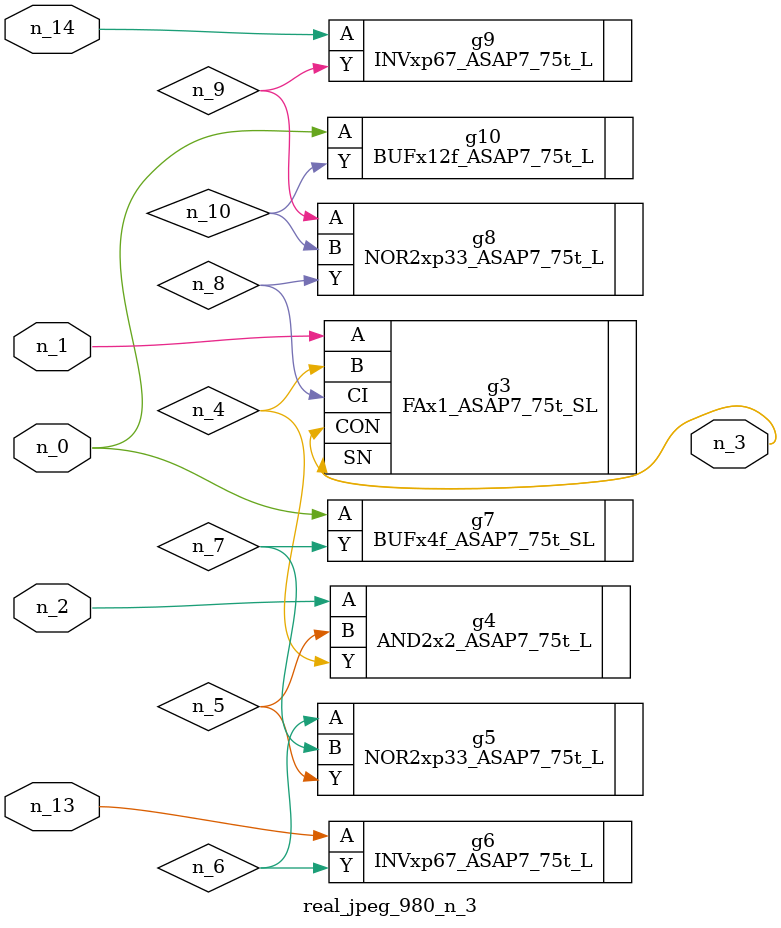
<source format=v>
module real_jpeg_980_n_3 (n_0, n_1, n_14, n_2, n_13, n_3);

input n_0;
input n_1;
input n_14;
input n_2;
input n_13;

output n_3;

wire n_5;
wire n_8;
wire n_4;
wire n_6;
wire n_7;
wire n_10;
wire n_9;

BUFx4f_ASAP7_75t_SL g7 ( 
.A(n_0),
.Y(n_7)
);

BUFx12f_ASAP7_75t_L g10 ( 
.A(n_0),
.Y(n_10)
);

FAx1_ASAP7_75t_SL g3 ( 
.A(n_1),
.B(n_4),
.CI(n_8),
.CON(n_3),
.SN(n_3)
);

AND2x2_ASAP7_75t_L g4 ( 
.A(n_2),
.B(n_5),
.Y(n_4)
);

NOR2xp33_ASAP7_75t_L g5 ( 
.A(n_6),
.B(n_7),
.Y(n_5)
);

NOR2xp33_ASAP7_75t_L g8 ( 
.A(n_9),
.B(n_10),
.Y(n_8)
);

INVxp67_ASAP7_75t_L g6 ( 
.A(n_13),
.Y(n_6)
);

INVxp67_ASAP7_75t_L g9 ( 
.A(n_14),
.Y(n_9)
);


endmodule
</source>
